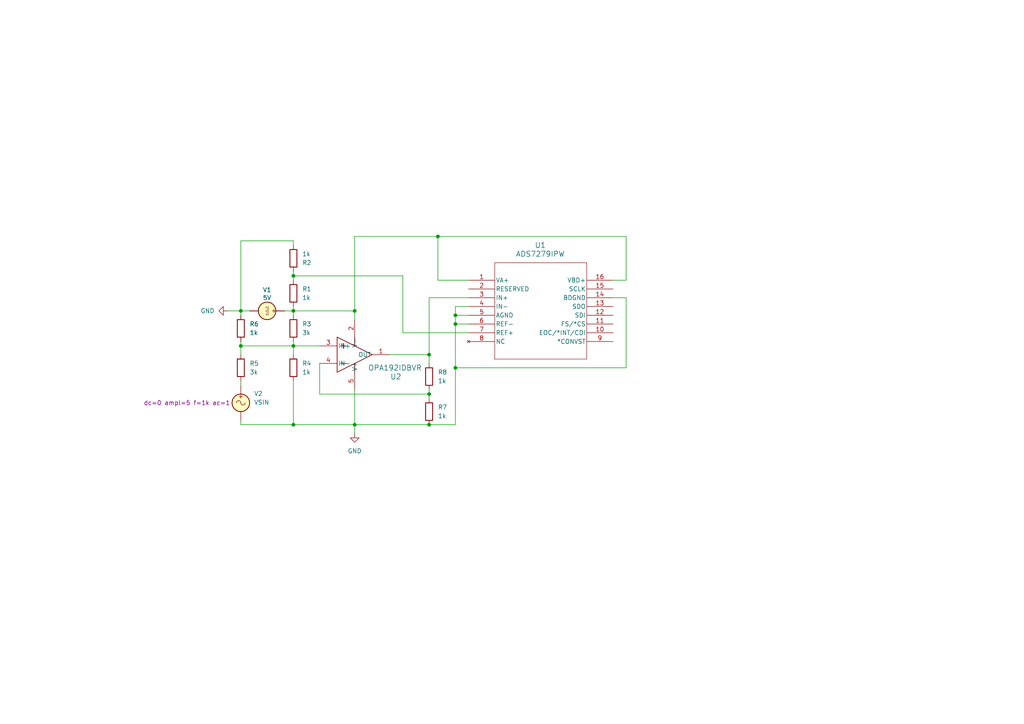
<source format=kicad_sch>
(kicad_sch (version 20231120) (generator "eeschema") (generator_version "8.0")
  (paper "A4")
  (lib_symbols
    (symbol "ADC:ADS7279IPW" (pin_names (offset 0.254))
      (property "Reference" "U1" (at -0.762 17.78 0))
      (property "Value" "ADS7279IPW" (at -0.762 15.24 0))
      (symbol "ADS7279IPW_0_1"
        (polyline (pts (xy -13.97 -15.24) (xy 12.7 -15.24)) (stroke (width 0.127)))
        (polyline (pts (xy -13.97 12.7) (xy -13.97 -15.24)) (stroke (width 0.127)))
        (polyline (pts (xy 12.7 -15.24) (xy 12.7 12.7)) (stroke (width 0.127)))
        (polyline (pts (xy 12.7 12.7) (xy -13.97 12.7)) (stroke (width 0.127)))
        (pin power_in line (at -21.59 7.62 0) (length 7.62) (name "VA+") (number "1"))
        (pin bidirectional line (at 20.32 -7.62 180) (length 7.62) (name "EOC/*INT/CDI") (number "10"))
        (pin input line (at 20.32 -5.08 180) (length 7.62) (name "FS/*CS") (number "11"))
        (pin input line (at 20.32 -2.54 180) (length 7.62) (name "SDI") (number "12"))
        (pin output line (at 20.32 0 180) (length 7.62) (name "SDO") (number "13"))
        (pin power_in line (at 20.32 2.54 180) (length 7.62) (name "BDGND") (number "14"))
        (pin input line (at 20.32 5.08 180) (length 7.62) (name "SCLK") (number "15"))
        (pin power_in line (at 20.32 7.62 180) (length 7.62) (name "VBD+") (number "16"))
        (pin input line (at -21.59 5.08 0) (length 7.62) (name "RESERVED") (number "2"))
        (pin input line (at -21.59 2.54 0) (length 7.62) (name "IN+") (number "3"))
        (pin input line (at -21.59 0 0) (length 7.62) (name "IN-") (number "4"))
        (pin power_in line (at -21.59 -2.54 0) (length 7.62) (name "AGND") (number "5"))
        (pin input line (at -21.59 -5.08 0) (length 7.62) (name "REF-") (number "6"))
        (pin input line (at -21.59 -7.62 0) (length 7.62) (name "REF+") (number "7"))
        (pin no_connect line (at -21.59 -10.16 0) (length 7.62) (name "NC") (number "8"))
        (pin input line (at 20.32 -10.16 180) (length 7.62) (name "*CONVST") (number "9"))
      )
    )
    (symbol "Device:R" (pin_numbers hide) (pin_names (offset 0))
      (property "Reference" "R" (at 2.032 0 90))
      (property "Value" "R" (at 0 0 90))
      (symbol "R_0_1"
        (rectangle (start -1.016 -2.54) (end 1.016 2.54) (stroke (width 0.254)))
      )
      (symbol "R_1_1"
        (pin passive line (at 0 3.81 270) (length 1.27) (name "~") (number "1"))
        (pin passive line (at 0 -3.81 90) (length 1.27) (name "~") (number "2"))
      )
    )
    (symbol "Op-amp:OPA192IDBVR" (pin_names (offset 0.254))
      (property "Reference" "U" (at 0 2.54 0))
      (property "Value" "OPA192IDBVR" (at 0 0 0))
      (symbol "OPA192IDBVR_0_1"
        (polyline (pts (xy 0 -10.16) (xy 10.16 -5.08)) (stroke (width 0.2032)))
        (polyline (pts (xy 0 0) (xy 0 -10.16)) (stroke (width 0.2032)))
        (polyline (pts (xy 0 0) (xy 10.16 -5.08)) (stroke (width 0.2032)))
        (polyline (pts (xy 1.016 -7.62) (xy 2.54 -7.62)) (stroke (width 0.2032)))
        (polyline (pts (xy 1.016 -2.54) (xy 2.54 -2.54)) (stroke (width 0.2032)))
        (polyline (pts (xy 1.778 -6.858) (xy 1.778 -8.382)) (stroke (width 0.2032)))
        (polyline (pts (xy 5.08 -7.62) (xy 5.08 -10.16)) (stroke (width 0.2032)))
        (polyline (pts (xy 5.08 0) (xy 5.08 -2.54)) (stroke (width 0.2032)))
        (pin output line (at 15.24 -5.08 180) (length 5.08) (name "OUT") (number "1"))
        (pin power_in line (at 5.08 -15.24 90) (length 5.08) (name "V-") (number "2"))
        (pin input line (at -5.08 -7.62 0) (length 5.08) (name "IN+") (number "3"))
        (pin input line (at -5.08 -2.54 0) (length 5.08) (name "IN-") (number "4"))
        (pin power_in line (at 5.08 5.08 270) (length 5.08) (name "V+") (number "5"))
      )
    )
    (symbol "Simulation_SPICE:VDC" (pin_numbers hide) (pin_names (offset 0.0254))
      (property "Reference" "V" (at 2.54 2.54 0))
      (property "Value" "1" (at 2.54 0 0))
      (symbol "VDC_0_0"
        (polyline (pts (xy -1.27 0.254) (xy 1.27 0.254)))
        (polyline (pts (xy -0.762 -0.254) (xy -1.27 -0.254)))
        (polyline (pts (xy 0.254 -0.254) (xy -0.254 -0.254)))
        (polyline (pts (xy 1.27 -0.254) (xy 0.762 -0.254)))
        (text "+" (at 0 1.905 0) (effects (font (size 1.27 1.27))))
      )
      (symbol "VDC_0_1"
        (circle (center 0 0) (radius 2.54) (stroke (width 0.254)) (fill (type background)))
      )
      (symbol "VDC_1_1"
        (pin passive line (at 0 5.08 270) (length 2.54) (name "~") (number "1"))
        (pin passive line (at 0 -5.08 90) (length 2.54) (name "~") (number "2"))
      )
    )
    (symbol "Simulation_SPICE:VSIN" (pin_numbers hide) (pin_names (offset 0.0254))
      (property "Reference" "V" (at 2.54 2.54 0))
      (property "Value" "VSIN" (at 2.54 0 0))
      (property "Sim.Params" "dc=0 ampl=1 f=1k ac=1" (at 2.54 -2.54 0))
      (symbol "VSIN_0_0"
        (arc (start 0 0) (mid -0.635 0.6323) (end -1.27 0))
        (arc (start 0 0) (mid 0.635 -0.6323) (end 1.27 0))
        (text "+" (at 0 1.905 0) (effects (font (size 1.27 1.27))))
      )
      (symbol "VSIN_0_1"
        (circle (center 0 0) (radius 2.54) (stroke (width 0.254)) (fill (type background)))
      )
      (symbol "VSIN_1_1"
        (pin passive line (at 0 5.08 270) (length 2.54) (name "~") (number "1"))
        (pin passive line (at 0 -5.08 90) (length 2.54) (name "~") (number "2"))
      )
    )
    (symbol "power:GND" (power) (pin_numbers hide) (pin_names (offset 0) hide)
      (property "Value" "GND" (at 0 -3.81 0))
      (symbol "GND_0_1"
        (polyline (pts (xy 0 0) (xy 0 -1.27) (xy 1.27 -1.27) (xy 0 -2.54) (xy -1.27 -1.27) (xy 0 -1.27)))
      )
      (symbol "GND_1_1"
        (pin power_in line (at 0 0 270) (length 0) (name "~") (number "1"))
      )
    )
  )
  (junction (at 124.46 123.19))
  (junction (at 69.85 90.17))
  (junction (at 124.46 102.87))
  (junction (at 124.46 114.3))
  (junction (at 85.09 90.17))
  (junction (at 132.08 93.98))
  (junction (at 85.09 80.01))
  (junction (at 69.85 100.33))
  (junction (at 132.08 106.68))
  (junction (at 127 68.58))
  (junction (at 85.09 100.33))
  (junction (at 132.08 91.44))
  (junction (at 85.09 123.19))
  (junction (at 102.87 123.19))
  (junction (at 102.87 90.17))
  (wire (pts (xy 124.46 86.36) (xy 135.89 86.36)))
  (wire (pts (xy 69.85 100.33) (xy 69.85 102.87)))
  (wire (pts (xy 177.8 86.36) (xy 181.61 86.36)))
  (wire (pts (xy 85.09 80.01) (xy 85.09 81.28)))
  (wire (pts (xy 85.09 100.33) (xy 85.09 102.87)))
  (wire (pts (xy 85.09 88.9) (xy 85.09 90.17)))
  (wire (pts (xy 113.03 102.87) (xy 124.46 102.87)))
  (wire (pts (xy 85.09 80.01) (xy 116.84 80.01)))
  (wire (pts (xy 85.09 99.06) (xy 85.09 100.33)))
  (wire (pts (xy 116.84 96.52) (xy 135.89 96.52)))
  (wire (pts (xy 102.87 90.17) (xy 102.87 92.71)))
  (wire (pts (xy 85.09 110.49) (xy 85.09 123.19)))
  (wire (pts (xy 132.08 91.44) (xy 132.08 93.98)))
  (wire (pts (xy 135.89 93.98) (xy 132.08 93.98)))
  (wire (pts (xy 85.09 69.85) (xy 69.85 69.85)))
  (wire (pts (xy 127 81.28) (xy 135.89 81.28)))
  (wire (pts (xy 85.09 90.17) (xy 82.55 90.17)))
  (wire (pts (xy 102.87 68.58) (xy 102.87 90.17)))
  (wire (pts (xy 85.09 78.74) (xy 85.09 80.01)))
  (wire (pts (xy 132.08 106.68) (xy 181.61 106.68)))
  (wire (pts (xy 69.85 90.17) (xy 72.39 90.17)))
  (wire (pts (xy 102.87 123.19) (xy 124.46 123.19)))
  (wire (pts (xy 124.46 86.36) (xy 124.46 102.87)))
  (wire (pts (xy 102.87 68.58) (xy 127 68.58)))
  (wire (pts (xy 69.85 123.19) (xy 69.85 121.92)))
  (wire (pts (xy 124.46 113.03) (xy 124.46 114.3)))
  (wire (pts (xy 102.87 123.19) (xy 85.09 123.19)))
  (wire (pts (xy 124.46 115.57) (xy 124.46 114.3)))
  (wire (pts (xy 124.46 102.87) (xy 124.46 105.41)))
  (wire (pts (xy 132.08 88.9) (xy 135.89 88.9)))
  (wire (pts (xy 116.84 80.01) (xy 116.84 96.52)))
  (wire (pts (xy 85.09 100.33) (xy 92.71 100.33)))
  (wire (pts (xy 92.71 105.41) (xy 92.71 114.3)))
  (wire (pts (xy 181.61 86.36) (xy 181.61 106.68)))
  (wire (pts (xy 177.8 81.28) (xy 181.61 81.28)))
  (wire (pts (xy 181.61 68.58) (xy 127 68.58)))
  (wire (pts (xy 69.85 69.85) (xy 69.85 90.17)))
  (wire (pts (xy 85.09 71.12) (xy 85.09 69.85)))
  (wire (pts (xy 69.85 110.49) (xy 69.85 111.76)))
  (wire (pts (xy 132.08 88.9) (xy 132.08 91.44)))
  (wire (pts (xy 69.85 91.44) (xy 69.85 90.17)))
  (wire (pts (xy 135.89 91.44) (xy 132.08 91.44)))
  (wire (pts (xy 69.85 123.19) (xy 85.09 123.19)))
  (wire (pts (xy 92.71 114.3) (xy 124.46 114.3)))
  (wire (pts (xy 85.09 90.17) (xy 85.09 91.44)))
  (wire (pts (xy 132.08 93.98) (xy 132.08 106.68)))
  (wire (pts (xy 69.85 100.33) (xy 85.09 100.33)))
  (wire (pts (xy 66.04 90.17) (xy 69.85 90.17)))
  (wire (pts (xy 69.85 99.06) (xy 69.85 100.33)))
  (wire (pts (xy 132.08 123.19) (xy 124.46 123.19)))
  (wire (pts (xy 102.87 123.19) (xy 102.87 125.73)))
  (wire (pts (xy 181.61 81.28) (xy 181.61 68.58)))
  (wire (pts (xy 127 68.58) (xy 127 81.28)))
  (wire (pts (xy 102.87 113.03) (xy 102.87 123.19)))
  (wire (pts (xy 132.08 106.68) (xy 132.08 123.19)))
  (wire (pts (xy 85.09 90.17) (xy 102.87 90.17)))
  (symbol (lib_id "Simulation_SPICE:VDC") (at 77.47 90.17 270) (unit 1)
    (property "Reference" "V1" (at 76.2 84.074 90) (effects (justify left)))
    (property "Value" "5V" (at 76.2 86.36 90) (effects (justify left)))
    (property "Datasheet" "https://ngspice.sourceforge.io/docs/ngspice-html-manual/manual.xhtml#sec_Independent_Sources_for" (effects (hide yes)))
    (property "Description" "Voltage source, DC" (effects (hide yes)))
    (property "Sim.Pins" "1=+ 2=-" (effects (hide yes)))
    (property "Sim.Type" "DC" (effects (hide yes)))
    (property "Sim.Device" "V" (effects (hide yes)))
  )
  (symbol (lib_id "Device:R") (at 85.09 74.93 0) (mirror x) (unit 1)
    (property "Reference" "R2" (at 87.63 76.2001 0) (effects (justify left)))
    (property "Value" "1k" (at 87.63 73.6601 0) (effects (justify left)))
    (property "Description" "Resistor" (effects (hide yes)))
  )
  (symbol (lib_id "Device:R") (at 69.85 106.68 0) (unit 1)
    (property "Reference" "R5" (at 72.39 105.4099 0) (effects (justify left)))
    (property "Value" "3k" (at 72.39 107.9499 0) (effects (justify left)))
    (property "Description" "Resistor" (effects (hide yes)))
  )
  (symbol (lib_id "power:GND") (at 102.87 125.73 0) (unit 1)
    (property "Reference" "#PWR03" (effects (hide yes)))
    (property "Value" "GND" (at 102.87 130.81 0))
    (property "Description" "Power symbol creates a global label with name \"GND\" , ground" (effects (hide yes)))
  )
  (symbol (lib_id "power:GND") (at 66.04 90.17 270) (unit 1)
    (property "Reference" "#PWR01" (effects (hide yes)))
    (property "Value" "GND" (at 62.23 90.1699 90) (effects (justify right)))
    (property "Description" "Power symbol creates a global label with name \"GND\" , ground" (effects (hide yes)))
  )
  (symbol (lib_id "Op-amp:OPA192IDBVR") (at 97.79 107.95 0) (mirror x) (unit 1)
    (property "Reference" "U2" (at 114.808 109.2514 0) (effects (font (size 1.524 1.524))))
    (property "Value" "OPA192IDBVR" (at 114.554 106.68 0) (effects (font (size 1.524 1.524))))
    (property "Footprint" "DBV0005A_N" (effects (hide yes)))
    (property "Datasheet" "OPA192IDBVR" (effects (hide yes)))
  )
  (symbol (lib_id "Device:R") (at 85.09 85.09 0) (unit 1)
    (property "Reference" "R1" (at 87.63 83.8199 0) (effects (justify left)))
    (property "Value" "1k" (at 87.63 86.3599 0) (effects (justify left)))
    (property "Description" "Resistor" (effects (hide yes)))
  )
  (symbol (lib_id "Device:R") (at 124.46 119.38 0) (unit 1)
    (property "Reference" "R7" (at 127 118.1099 0) (effects (justify left)))
    (property "Value" "1k" (at 127 120.6499 0) (effects (justify left)))
    (property "Description" "Resistor" (effects (hide yes)))
  )
  (symbol (lib_id "Device:R") (at 85.09 106.68 0) (unit 1)
    (property "Reference" "R4" (at 87.63 105.4099 0) (effects (justify left)))
    (property "Value" "1k" (at 87.63 107.9499 0) (effects (justify left)))
    (property "Description" "Resistor" (effects (hide yes)))
  )
  (symbol (lib_id "ADC:ADS7279IPW") (at 157.48 88.9 0) (unit 1)
    (property "Reference" "U1" (at 156.718 71.12 0) (effects (font (size 1.524 1.524))))
    (property "Value" "ADS7279IPW" (at 156.718 73.66 0) (effects (font (size 1.524 1.524))))
    (property "Footprint" "PW16" (effects (hide yes)))
    (property "Datasheet" "ADS7279IPW" (effects (hide yes)))
  )
  (symbol (lib_id "Device:R") (at 124.46 109.22 180) (unit 1)
    (property "Reference" "R8" (at 127 107.9499 0) (effects (justify right)))
    (property "Value" "1k" (at 127 110.4899 0) (effects (justify right)))
    (property "Description" "Resistor" (effects (hide yes)))
  )
  (symbol (lib_id "Device:R") (at 85.09 95.25 0) (unit 1)
    (property "Reference" "R3" (at 87.63 93.9799 0) (effects (justify left)))
    (property "Value" "3k" (at 87.63 96.5199 0) (effects (justify left)))
    (property "Description" "Resistor" (effects (hide yes)))
  )
  (symbol (lib_id "Simulation_SPICE:VSIN") (at 69.85 116.84 0) (unit 1)
    (property "Reference" "V2" (at 73.66 114.1701 0) (effects (justify left)))
    (property "Value" "VSIN" (at 73.66 116.7101 0) (effects (justify left)))
    (property "Datasheet" "https://ngspice.sourceforge.io/docs/ngspice-html-manual/manual.xhtml#sec_Independent_Sources_for" (effects (hide yes)))
    (property "Description" "Voltage source, sinusoidal" (effects (hide yes)))
    (property "Sim.Pins" "1=+ 2=-" (effects (hide yes)))
    (property "Sim.Params" "dc=0 ampl=5 f=1k ac=1" (at 41.656 116.84 0) (effects (justify left)))
    (property "Sim.Type" "SIN" (effects (hide yes)))
    (property "Sim.Device" "V" (effects (hide yes)))
  )
  (symbol (lib_id "Device:R") (at 69.85 95.25 180) (unit 1)
    (property "Reference" "R6" (at 72.39 93.9799 0) (effects (justify right)))
    (property "Value" "1k" (at 72.39 96.5199 0) (effects (justify right)))
    (property "Description" "Resistor" (effects (hide yes)))
  )
)
</source>
